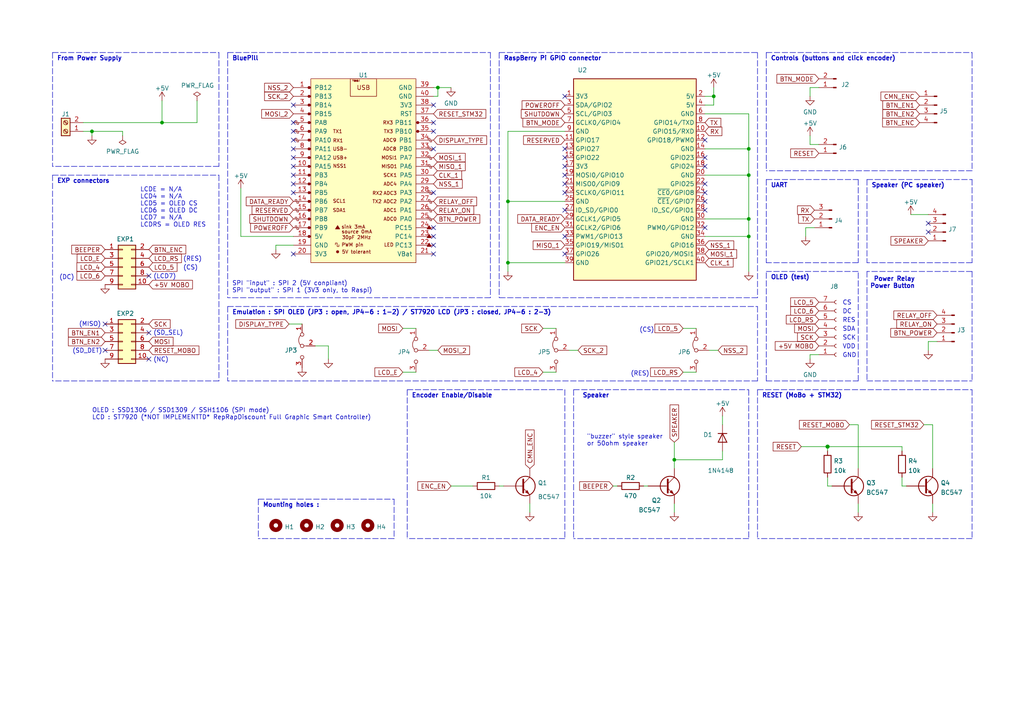
<source format=kicad_sch>
(kicad_sch (version 20211123) (generator eeschema)
  (paper "A4")
  (title_block (title "12864 Emulator for OctoPrint (Marlin OSD) : RasPi Hat") (date "2022-02-25") (rev "1.0") (company "Yet Another Average Joe"))
  (lib_symbols
    (symbol "BC547_1" (pin_numbers hide) (pin_names (offset 0) hide)
      (property "Reference" "Q" (at 5.08 1.905 0))
      (property "Value" "BC547_1" (at 5.08 0 0))
      (symbol "BC547_1_1_1"
        (pin passive line (at 2.54 5.08 270) (length 2.54) (name "C") (number "1"))
        (pin input line (at -5.08 0 0) (length 5.08) (name "B") (number "2"))
        (pin passive line (at 2.54 -5.08 90) (length 2.54) (name "E") (number "3"))
      )
    )
    (symbol "BC547_2" (pin_numbers hide) (pin_names (offset 0) hide)
      (property "Reference" "Q" (at 5.08 1.905 0))
      (property "Value" "BC547_2" (at 5.08 0 0))
      (symbol "BC547_2_1_1"
        (pin passive line (at 2.54 5.08 270) (length 2.54) (name "C") (number "1"))
        (pin input line (at -5.08 0 0) (length 5.08) (name "B") (number "2"))
        (pin passive line (at 2.54 -5.08 90) (length 2.54) (name "E") (number "3"))
      )
    )
    (symbol "BC547_3" (pin_numbers hide) (pin_names (offset 0) hide)
      (property "Reference" "Q" (at 5.08 1.905 0))
      (property "Value" "BC547_3" (at 5.08 0 0))
      (symbol "BC547_3_1_1"
        (pin passive line (at 2.54 5.08 270) (length 2.54) (name "C") (number "1"))
        (pin input line (at -5.08 0 0) (length 5.08) (name "B") (number "2"))
        (pin passive line (at 2.54 -5.08 90) (length 2.54) (name "E") (number "3"))
      )
    )
    (symbol "Connector:Conn_01x02_Male" (pin_names (offset 1.016) hide)
      (property "Reference" "J" (at 0 2.54 0))
      (property "Value" "Conn_01x02_Male" (at 0 -5.08 0))
      (symbol "Conn_01x02_Male_1_1"
        (pin passive line (at 5.08 0 180) (length 3.81) (name "Pin_1") (number "1"))
        (pin passive line (at 5.08 -2.54 180) (length 3.81) (name "Pin_2") (number "2"))
      )
    )
    (symbol "Connector:Conn_01x03_Male" (pin_names (offset 1.016) hide)
      (property "Reference" "J" (at 0 5.08 0))
      (property "Value" "Conn_01x03_Male" (at 0 -5.08 0))
      (symbol "Conn_01x03_Male_1_1"
        (pin passive line (at 5.08 2.54 180) (length 3.81) (name "Pin_1") (number "1"))
        (pin passive line (at 5.08 0 180) (length 3.81) (name "Pin_2") (number "2"))
        (pin passive line (at 5.08 -2.54 180) (length 3.81) (name "Pin_3") (number "3"))
      )
    )
    (symbol "Connector:Conn_01x04_Male" (pin_names (offset 1.016) hide)
      (property "Reference" "J" (at 0 5.08 0))
      (property "Value" "Conn_01x04_Male" (at 0 -7.62 0))
      (symbol "Conn_01x04_Male_1_1"
        (pin passive line (at 5.08 2.54 180) (length 3.81) (name "Pin_1") (number "1"))
        (pin passive line (at 5.08 0 180) (length 3.81) (name "Pin_2") (number "2"))
        (pin passive line (at 5.08 -2.54 180) (length 3.81) (name "Pin_3") (number "3"))
        (pin passive line (at 5.08 -5.08 180) (length 3.81) (name "Pin_4") (number "4"))
      )
    )
    (symbol "Connector:Conn_01x07_Female" (pin_names (offset 1.016) hide)
      (property "Reference" "J" (at 0 10.16 0))
      (property "Value" "Conn_01x07_Female" (at 0 -10.16 0))
      (symbol "Conn_01x07_Female_1_1"
        (pin passive line (at -5.08 7.62 0) (length 3.81) (name "Pin_1") (number "1"))
        (pin passive line (at -5.08 5.08 0) (length 3.81) (name "Pin_2") (number "2"))
        (pin passive line (at -5.08 2.54 0) (length 3.81) (name "Pin_3") (number "3"))
        (pin passive line (at -5.08 0 0) (length 3.81) (name "Pin_4") (number "4"))
        (pin passive line (at -5.08 -2.54 0) (length 3.81) (name "Pin_5") (number "5"))
        (pin passive line (at -5.08 -5.08 0) (length 3.81) (name "Pin_6") (number "6"))
        (pin passive line (at -5.08 -7.62 0) (length 3.81) (name "Pin_7") (number "7"))
      )
    )
    (symbol "Connector:Screw_Terminal_01x02" (pin_names (offset 1.016) hide)
      (property "Reference" "J" (at 0 2.54 0))
      (property "Value" "Screw_Terminal_01x02" (at 0 -5.08 0))
      (symbol "Screw_Terminal_01x02_1_1"
        (pin passive line (at -5.08 0 0) (length 3.81) (name "Pin_1") (number "1"))
        (pin passive line (at -5.08 -2.54 0) (length 3.81) (name "Pin_2") (number "2"))
      )
    )
    (symbol "Connector_Generic:Conn_02x05_Odd_Even" (pin_names (offset 1.016) hide)
      (property "Reference" "J" (at 1.27 7.62 0))
      (property "Value" "Conn_02x05_Odd_Even" (at 1.27 -7.62 0))
      (symbol "Conn_02x05_Odd_Even_1_1"
        (pin passive line (at -5.08 5.08 0) (length 3.81) (name "Pin_1") (number "1"))
        (pin passive line (at 7.62 -5.08 180) (length 3.81) (name "Pin_10") (number "10"))
        (pin passive line (at 7.62 5.08 180) (length 3.81) (name "Pin_2") (number "2"))
        (pin passive line (at -5.08 2.54 0) (length 3.81) (name "Pin_3") (number "3"))
        (pin passive line (at 7.62 2.54 180) (length 3.81) (name "Pin_4") (number "4"))
        (pin passive line (at -5.08 0 0) (length 3.81) (name "Pin_5") (number "5"))
        (pin passive line (at 7.62 0 180) (length 3.81) (name "Pin_6") (number "6"))
        (pin passive line (at -5.08 -2.54 0) (length 3.81) (name "Pin_7") (number "7"))
        (pin passive line (at 7.62 -2.54 180) (length 3.81) (name "Pin_8") (number "8"))
        (pin passive line (at -5.08 -5.08 0) (length 3.81) (name "Pin_9") (number "9"))
      )
    )
    (symbol "Device:R" (pin_numbers hide) (pin_names (offset 0))
      (property "Reference" "R" (at 2.032 0 90))
      (property "Value" "R" (at 0 0 90))
      (symbol "R_1_1"
        (pin passive line (at 0 3.81 270) (length 1.27) (name "~") (number "1"))
        (pin passive line (at 0 -3.81 90) (length 1.27) (name "~") (number "2"))
      )
    )
    (symbol "Diode:1N4148" (pin_numbers hide) (pin_names (offset 1.016) hide)
      (property "Reference" "D" (at 0 2.54 0))
      (property "Value" "1N4148" (at 0 -2.54 0))
      (symbol "1N4148_1_1"
        (pin passive line (at -3.81 0 0) (length 2.54) (name "K") (number "1"))
        (pin passive line (at 3.81 0 180) (length 2.54) (name "A") (number "2"))
      )
    )
    (symbol "Jumper:Jumper_3_Bridged12" (pin_names (offset 0) hide)
      (property "Reference" "JP" (at -2.54 -2.54 0))
      (property "Value" "Jumper_3_Bridged12" (at 0 2.794 0))
      (symbol "Jumper_3_Bridged12_1_1"
        (pin passive line (at -6.35 0 0) (length 2.54) (name "A") (number "1"))
        (pin input line (at 0 -3.81 90) (length 2.54) (name "C") (number "2"))
        (pin passive line (at 6.35 0 180) (length 2.54) (name "B") (number "3"))
      )
    )
    (symbol "Mechanical:MountingHole" (pin_names (offset 1.016))
      (property "Reference" "H" (at 0 5.08 0))
      (property "Value" "MountingHole" (at 0 3.175 0))
    )
    (symbol "Transistor_BJT:BC547" (pin_numbers hide) (pin_names (offset 0) hide)
      (property "Reference" "Q" (at 5.08 1.905 0))
      (property "Value" "BC547" (at 5.08 0 0))
      (symbol "BC547_1_1"
        (pin passive line (at 2.54 5.08 270) (length 2.54) (name "C") (number "1"))
        (pin input line (at -5.08 0 0) (length 5.08) (name "B") (number "2"))
        (pin passive line (at 2.54 -5.08 90) (length 2.54) (name "E") (number "3"))
      )
    )
    (symbol "YAAJ_Modules_Misc:YAAJ_Raspberry_Pi_2_3_GPIO"
      (property "Reference" "U" (at -15.24 35.56 0))
      (property "Value" "YAAJ_Raspberry_Pi_2_3_GPIO" (at 22.86 -27.94 0))
      (symbol "YAAJ_Raspberry_Pi_2_3_GPIO_1_1"
        (pin power_in line (at -20.32 27.94 0) (length 2.54) (name "3V3") (number "1"))
        (pin bidirectional line (at 20.32 17.78 180) (length 2.54) (name "GPIO15/RXD") (number "10"))
        (pin bidirectional line (at -20.32 15.24 0) (length 2.54) (name "GPIO17") (number "11"))
        (pin bidirectional line (at 20.32 15.24 180) (length 2.54) (name "GPIO18/PWM0") (number "12"))
        (pin bidirectional line (at -20.32 12.7 0) (length 2.54) (name "GPIO27") (number "13"))
        (pin power_in line (at 20.32 12.7 180) (length 2.54) (name "GND") (number "14"))
        (pin bidirectional line (at -20.32 10.16 0) (length 2.54) (name "GPIO22") (number "15"))
        (pin bidirectional line (at 20.32 10.16 180) (length 2.54) (name "GPIO23") (number "16"))
        (pin power_in line (at -20.32 7.62 0) (length 2.54) (name "3V3") (number "17"))
        (pin bidirectional line (at 20.32 7.62 180) (length 2.54) (name "GPIO24") (number "18"))
        (pin bidirectional line (at -20.32 5.08 0) (length 2.54) (name "MOSI0/GPIO10") (number "19"))
        (pin power_in line (at 20.32 27.94 180) (length 2.54) (name "5V") (number "2"))
        (pin power_in line (at 20.32 5.08 180) (length 2.54) (name "GND") (number "20"))
        (pin bidirectional line (at -20.32 2.54 0) (length 2.54) (name "MISO0/GPIO9") (number "21"))
        (pin bidirectional line (at 20.32 2.54 180) (length 2.54) (name "GPIO25") (number "22"))
        (pin bidirectional line (at -20.32 0 0) (length 2.54) (name "SCLK0/GPIO11") (number "23"))
        (pin bidirectional line (at 20.32 0 180) (length 2.54) (name "~{CE0}/GPIO8") (number "24"))
        (pin power_in line (at -20.32 -2.54 0) (length 2.54) (name "GND") (number "25"))
        (pin bidirectional line (at 20.32 -2.54 180) (length 2.54) (name "~{CE1}/GPIO7") (number "26"))
        (pin bidirectional line (at -20.32 -5.08 0) (length 2.54) (name "ID_SD/GPIO0") (number "27"))
        (pin bidirectional line (at 20.32 -5.08 180) (length 2.54) (name "ID_SC/GPIO1") (number "28"))
        (pin bidirectional line (at -20.32 -7.62 0) (length 2.54) (name "GCLK1/GPIO5") (number "29"))
        (pin bidirectional line (at -20.32 25.4 0) (length 2.54) (name "SDA/GPIO2") (number "3"))
        (pin power_in line (at 20.32 -7.62 180) (length 2.54) (name "GND") (number "30"))
        (pin bidirectional line (at -20.32 -10.16 0) (length 2.54) (name "GCLK2/GPIO6") (number "31"))
        (pin bidirectional line (at 20.32 -10.16 180) (length 2.54) (name "PWM0/GPIO12") (number "32"))
        (pin bidirectional line (at -20.32 -12.7 0) (length 2.54) (name "PWM1/GPIO13") (number "33"))
        (pin power_in line (at 20.32 -12.7 180) (length 2.54) (name "GND") (number "34"))
        (pin bidirectional line (at -20.32 -15.24 0) (length 2.54) (name "GPIO19/MISO1") (number "35"))
        (pin bidirectional line (at 20.32 -15.24 180) (length 2.54) (name "GPIO16") (number "36"))
        (pin bidirectional line (at -20.32 -17.78 0) (length 2.54) (name "GPIO26") (number "37"))
        (pin bidirectional line (at 20.32 -17.78 180) (length 2.54) (name "GPIO20/MOSI1") (number "38"))
        (pin power_in line (at -20.32 -20.32 0) (length 2.54) (name "GND") (number "39"))
        (pin power_in line (at 20.32 25.4 180) (length 2.54) (name "5V") (number "4"))
        (pin bidirectional line (at 20.32 -20.32 180) (length 2.54) (name "GPIO21/SCLK1") (number "40"))
        (pin bidirectional line (at -20.32 22.86 0) (length 2.54) (name "SCL/GPIO3") (number "5"))
        (pin power_in line (at 20.32 22.86 180) (length 2.54) (name "GND") (number "6"))
        (pin bidirectional line (at -20.32 20.32 0) (length 2.54) (name "GCLK0/GPIO4") (number "7"))
        (pin bidirectional line (at 20.32 20.32 180) (length 2.54) (name "GPIO14/TXD") (number "8"))
        (pin power_in line (at -20.32 17.78 0) (length 2.54) (name "GND") (number "9"))
      )
    )
    (symbol "YAAJ_Modules_STM32:YAAJ_BluePill_Part_Like" (pin_names (offset 1.016))
      (property "Reference" "U" (at -12.7 26.67 0))
      (property "Value" "YAAJ_BluePill_Part_Like" (at 0 2.54 90))
      (symbol "YAAJ_BluePill_Part_Like_0_0"
        (text "30pF 2MHz" (at -2.032 -20.574 0) (effects (font (size 0.9906 0.9906))))
        (text "5V tolerant" (at -2.032 -24.765 0) (effects (font (size 0.9906 0.9906))))
        (text "ADC0" (at 7.747 -15.24 0) (effects (font (size 0.9906 0.9906))))
        (text "ADC1" (at 7.747 -12.7 0) (effects (font (size 0.9906 0.9906))))
        (text "ADC2" (at 7.747 -10.16 0) (effects (font (size 0.9906 0.9906))))
        (text "ADC3" (at 7.747 -7.747 0) (effects (font (size 0.9906 0.9906))))
        (text "ADC4" (at 7.747 -5.08 0) (effects (font (size 0.9906 0.9906))))
        (text "ADC8" (at 7.62 5.08 0) (effects (font (size 0.9906 0.9906))))
        (text "ADC9" (at 7.62 7.62 0) (effects (font (size 0.9906 0.9906))))
        (text "LED" (at 7.366 -22.733 0) (effects (font (size 0.9906 0.9906))))
        (text "MISO1" (at 7.493 0 0) (effects (font (size 0.9906 0.9906))))
        (text "MOSI1" (at 7.493 2.54 0) (effects (font (size 0.9906 0.9906))))
        (text "NSS1" (at -6.858 0.127 0) (effects (font (size 0.9906 0.9906))))
        (text "PWM pin" (at -3.175 -22.733 0) (effects (font (size 0.9906 0.9906))))
        (text "RX1" (at -7.366 7.493 0) (effects (font (size 0.9906 0.9906))))
        (text "RX2" (at 4.064 -7.747 0) (effects (font (size 0.9906 0.9906))))
        (text "RX3" (at 7.112 12.7 0) (effects (font (size 0.9906 0.9906))))
        (text "SCK1" (at 7.747 -2.54 0) (effects (font (size 0.9906 0.9906))))
        (text "SCL1" (at -6.985 -10.033 0) (effects (font (size 0.9906 0.9906))))
        (text "SDA1" (at -6.985 -12.7 0) (effects (font (size 0.9906 0.9906))))
        (text "sink 3mA" (at -2.921 -17.526 0) (effects (font (size 0.9906 0.9906))))
        (text "source 0mA" (at -1.905 -18.923 0) (effects (font (size 0.9906 0.9906))))
        (text "TX1" (at -7.493 10.16 0) (effects (font (size 0.9906 0.9906))))
        (text "TX2" (at 3.937 -10.16 0) (effects (font (size 0.9906 0.9906))))
        (text "TX3" (at 7.239 10.16 0) (effects (font (size 0.9906 0.9906))))
        (text "USB" (at 0 22.86 0) (effects (font (size 1.27 1.27))))
        (text "USB+" (at -6.731 2.54 0) (effects (font (size 0.9906 0.9906))))
        (text "USB-" (at -6.731 5.08 0) (effects (font (size 0.9906 0.9906))))
        (text "Y@@J" (at -2.159 24.892 0) (effects (font (size 0.508 0.508))))
      )
      (symbol "YAAJ_BluePill_Part_Like_1_1"
        (pin bidirectional line (at -20.32 22.86 0) (length 5.08) (name "PB12") (number "1"))
        (pin bidirectional line (at -20.32 0 0) (length 5.08) (name "PA15") (number "10"))
        (pin bidirectional line (at -20.32 -2.54 0) (length 5.08) (name "PB3") (number "11"))
        (pin bidirectional line (at -20.32 -5.08 0) (length 5.08) (name "PB4") (number "12"))
        (pin bidirectional line (at -20.32 -7.62 0) (length 5.08) (name "PB5") (number "13"))
        (pin bidirectional line (at -20.32 -10.16 0) (length 5.08) (name "PB6") (number "14"))
        (pin bidirectional line (at -20.32 -12.7 0) (length 5.08) (name "PB7") (number "15"))
        (pin bidirectional line (at -20.32 -15.24 0) (length 5.08) (name "PB8") (number "16"))
        (pin bidirectional line (at -20.32 -17.78 0) (length 5.08) (name "PB9") (number "17"))
        (pin power_in line (at -20.32 -20.32 0) (length 5.08) (name "5V") (number "18"))
        (pin power_in line (at -20.32 -22.86 0) (length 5.08) (name "GND") (number "19"))
        (pin bidirectional line (at -20.32 20.32 0) (length 5.08) (name "PB13") (number "2"))
        (pin power_in line (at -20.32 -25.4 0) (length 5.08) (name "3V3") (number "20"))
        (pin power_in line (at 20.32 -25.4 180) (length 5.08) (name "VBat") (number "21"))
        (pin bidirectional line (at 20.32 -22.86 180) (length 5.08) (name "PC13") (number "22"))
        (pin bidirectional line (at 20.32 -20.32 180) (length 5.08) (name "PC14") (number "23"))
        (pin bidirectional line (at 20.32 -17.78 180) (length 5.08) (name "PC15") (number "24"))
        (pin bidirectional line (at 20.32 -15.24 180) (length 5.08) (name "PA0") (number "25"))
        (pin bidirectional line (at 20.32 -12.7 180) (length 5.08) (name "PA1") (number "26"))
        (pin bidirectional line (at 20.32 -10.16 180) (length 5.08) (name "PA2") (number "27"))
        (pin bidirectional line (at 20.32 -7.62 180) (length 5.08) (name "PA3") (number "28"))
        (pin bidirectional line (at 20.32 -5.08 180) (length 5.08) (name "PA4") (number "29"))
        (pin bidirectional line (at -20.32 17.78 0) (length 5.08) (name "PB14") (number "3"))
        (pin bidirectional line (at 20.32 -2.54 180) (length 5.08) (name "PA5") (number "30"))
        (pin bidirectional line (at 20.32 0 180) (length 5.08) (name "PA6") (number "31"))
        (pin bidirectional line (at 20.32 2.54 180) (length 5.08) (name "PA7") (number "32"))
        (pin bidirectional line (at 20.32 5.08 180) (length 5.08) (name "PB0") (number "33"))
        (pin bidirectional line (at 20.32 7.62 180) (length 5.08) (name "PB1") (number "34"))
        (pin bidirectional line (at 20.32 10.16 180) (length 5.08) (name "PB10") (number "35"))
        (pin bidirectional line (at 20.32 12.7 180) (length 5.08) (name "PB11") (number "36"))
        (pin input line (at 20.32 15.24 180) (length 5.08) (name "RST") (number "37"))
        (pin power_in line (at 20.32 17.78 180) (length 5.08) (name "3V3") (number "38"))
        (pin power_in line (at 20.32 22.86 180) (length 5.08) (name "GND") (number "39"))
        (pin bidirectional line (at -20.32 15.24 0) (length 5.08) (name "PB15") (number "4"))
        (pin power_in line (at 20.32 20.32 180) (length 5.08) (name "GND") (number "40"))
        (pin bidirectional line (at -20.32 12.7 0) (length 5.08) (name "PA8") (number "5"))
        (pin bidirectional line (at -20.32 10.16 0) (length 5.08) (name "PA9") (number "6"))
        (pin bidirectional line (at -20.32 7.62 0) (length 5.08) (name "PA10") (number "7"))
        (pin bidirectional line (at -20.32 5.08 0) (length 5.08) (name "PA11") (number "8"))
        (pin bidirectional line (at -20.32 2.54 0) (length 5.08) (name "PA12") (number "9"))
      )
    )
    (symbol "power:+5V" (power) (pin_names (offset 0))
      (property "Value" "+5V" (at 0 3.556 0))
      (symbol "+5V_1_1"
        (pin power_in line (at 0 0 90) (length 0) hide (name "+5V") (number "1"))
      )
    )
    (symbol "power:GND" (power) (pin_names (offset 0))
      (property "Value" "GND" (at 0 -3.81 0))
      (symbol "GND_1_1"
        (pin power_in line (at 0 0 270) (length 0) hide (name "GND") (number "1"))
      )
    )
    (symbol "power:PWR_FLAG" (power) (pin_numbers hide) (pin_names (offset 0) hide)
      (property "Value" "PWR_FLAG" (at 0 3.81 0))
      (symbol "PWR_FLAG_0_0"
        (pin power_out line (at 0 0 90) (length 0) (name "pwr") (number "1"))
      )
    )
  )
  (junction (at 46.99 35.56))
  (junction (at 240.03 129.54) (diameter 1.016))
  (junction (at 127 25.4))
  (junction (at 217.17 50.8))
  (junction (at 195.58 133.35))
  (junction (at 217.17 68.58))
  (junction (at 217.17 43.18))
  (junction (at 217.17 63.5))
  (junction (at 147.32 76.2))
  (junction (at 147.32 58.42))
  (junction (at 207.01 27.94))
  (junction (at 26.67 38.1))
  (no_connect (at 125.73 35.56))
  (no_connect (at 85.09 45.72))
  (no_connect (at 204.47 53.34))
  (no_connect (at 125.73 38.1))
  (no_connect (at 125.73 66.04))
  (no_connect (at 204.47 66.04))
  (no_connect (at 163.83 68.58))
  (no_connect (at 163.83 60.96))
  (no_connect (at 204.47 60.96))
  (no_connect (at 43.18 80.01))
  (no_connect (at 85.09 43.18))
  (no_connect (at 85.09 73.66))
  (no_connect (at 163.83 27.94))
  (no_connect (at 85.09 35.56))
  (no_connect (at 85.09 38.1))
  (no_connect (at 85.09 40.64))
  (no_connect (at 85.09 48.26))
  (no_connect (at 163.83 55.88))
  (no_connect (at 204.47 48.26))
  (no_connect (at 163.83 45.72))
  (no_connect (at 204.47 45.72))
  (no_connect (at 163.83 53.34))
  (no_connect (at 163.83 50.8))
  (no_connect (at 204.47 55.88))
  (no_connect (at 125.73 73.66))
  (no_connect (at 125.73 55.88))
  (no_connect (at 125.73 43.18))
  (no_connect (at 163.83 73.66))
  (no_connect (at 125.73 68.58))
  (no_connect (at 43.18 96.52))
  (no_connect (at 125.73 30.48))
  (no_connect (at 85.09 30.48))
  (no_connect (at 85.09 53.34))
  (no_connect (at 85.09 55.88))
  (no_connect (at 85.09 50.8))
  (no_connect (at 30.48 93.98))
  (no_connect (at 30.48 101.6))
  (no_connect (at 43.18 104.14))
  (no_connect (at 125.73 71.12))
  (no_connect (at 163.83 43.18))
  (no_connect (at 163.83 48.26))
  (no_connect (at 204.47 58.42))
  (no_connect (at 204.47 40.64))
  (no_connect (at 269.24 64.77))
  (no_connect (at 269.24 67.31))
  (wire (pts (xy 198.12 107.95) (xy 201.93 107.95)))
  (polyline (pts (xy 222.25 15.24) (xy 222.25 49.53)) (stroke (width 0) (type dash)))
  (polyline (pts (xy 222.25 15.24) (xy 281.94 15.24)) (stroke (width 0) (type dash)))
  (polyline (pts (xy 281.94 15.24) (xy 281.94 49.53)) (stroke (width 0) (type dash)))
  (polyline (pts (xy 281.94 49.53) (xy 222.25 49.53)) (stroke (width 0) (type dash)))
  (wire (pts (xy 46.99 35.56) (xy 46.99 29.21)))
  (polyline (pts (xy 248.92 78.74) (xy 222.25 78.74)) (stroke (width 0) (type dash)))
  (wire (pts (xy 248.92 146.05) (xy 248.92 148.59)))
  (wire (pts (xy 83.82 93.98) (xy 87.63 93.98)))
  (polyline (pts (xy 63.5 110.49) (xy 15.24 110.49)) (stroke (width 0) (type dash)))
  (wire (pts (xy 130.81 140.97) (xy 137.16 140.97)))
  (wire (pts (xy 127 25.4) (xy 130.81 25.4)))
  (wire (pts (xy 147.32 58.42) (xy 147.32 76.2)))
  (wire (pts (xy 147.32 38.1) (xy 147.32 58.42)))
  (wire (pts (xy 147.32 38.1) (xy 163.83 38.1)))
  (wire (pts (xy 147.32 76.2) (xy 147.32 78.74)))
  (wire (pts (xy 209.55 120.65) (xy 209.55 123.19)))
  (wire (pts (xy 270.51 123.19) (xy 270.51 135.89)))
  (wire (pts (xy 261.62 129.54) (xy 261.62 130.81)))
  (wire (pts (xy 234.95 102.87) (xy 237.49 102.87)))
  (wire (pts (xy 204.47 27.94) (xy 207.01 27.94)))
  (wire (pts (xy 207.01 27.94) (xy 207.01 25.4)))
  (polyline (pts (xy 222.25 110.49) (xy 248.92 110.49)) (stroke (width 0) (type dash)))
  (wire (pts (xy 80.01 71.12) (xy 85.09 71.12)))
  (polyline (pts (xy 15.24 50.8) (xy 15.24 110.49)) (stroke (width 0) (type dash)))
  (polyline (pts (xy 251.46 110.49) (xy 281.94 110.49)) (stroke (width 0) (type dash)))
  (polyline (pts (xy 251.46 78.74) (xy 251.46 110.49)) (stroke (width 0) (type dash)))
  (polyline (pts (xy 281.94 78.74) (xy 251.46 78.74)) (stroke (width 0) (type dash)))
  (polyline (pts (xy 281.94 78.74) (xy 281.94 110.49)) (stroke (width 0) (type dash)))
  (wire (pts (xy 116.84 107.95) (xy 120.65 107.95)))
  (wire (pts (xy 240.03 129.54) (xy 261.62 129.54)))
  (wire (pts (xy 125.73 25.4) (xy 127 25.4)))
  (wire (pts (xy 195.58 133.35) (xy 209.55 133.35)))
  (wire (pts (xy 209.55 130.81) (xy 209.55 133.35)))
  (wire (pts (xy 46.99 35.56) (xy 57.15 35.56)))
  (wire (pts (xy 57.15 35.56) (xy 57.15 29.21)))
  (polyline (pts (xy 66.04 88.9) (xy 219.71 88.9)))
  (polyline (pts (xy 219.71 88.9) (xy 219.71 110.49)))
  (polyline (pts (xy 219.71 110.49) (xy 66.04 110.49)))
  (polyline (pts (xy 66.04 88.9) (xy 66.04 110.49)))
  (wire (pts (xy 240.03 140.97) (xy 241.3 140.97)))
  (wire (pts (xy 269.24 99.06) (xy 271.78 99.06)))
  (wire (pts (xy 269.24 101.6) (xy 269.24 99.06)))
  (wire (pts (xy 69.85 54.61) (xy 69.85 68.58)))
  (wire (pts (xy 234.95 104.14) (xy 234.95 102.87)))
  (wire (pts (xy 95.25 100.33) (xy 95.25 104.14)))
  (wire (pts (xy 270.51 146.05) (xy 270.51 148.59)))
  (wire (pts (xy 248.92 123.19) (xy 248.92 135.89)))
  (wire (pts (xy 187.96 140.97) (xy 186.69 140.97)))
  (wire (pts (xy 233.68 68.58) (xy 233.68 66.04)))
  (wire (pts (xy 233.68 66.04) (xy 236.22 66.04)))
  (wire (pts (xy 198.12 95.25) (xy 201.93 95.25)))
  (wire (pts (xy 234.95 25.4) (xy 234.95 27.94)))
  (wire (pts (xy 237.49 25.4) (xy 234.95 25.4)))
  (polyline (pts (xy 166.37 113.03) (xy 166.37 156.21)) (stroke (width 0) (type dash)))
  (polyline (pts (xy 217.17 156.21) (xy 166.37 156.21)) (stroke (width 0) (type dash)))
  (polyline (pts (xy 166.37 113.03) (xy 217.17 113.03)) (stroke (width 0) (type dash)))
  (polyline (pts (xy 217.17 113.03) (xy 217.17 156.21)) (stroke (width 0) (type dash)))
  (wire (pts (xy 246.38 123.19) (xy 248.92 123.19)))
  (wire (pts (xy 204.47 43.18) (xy 217.17 43.18)))
  (wire (pts (xy 177.8 140.97) (xy 179.07 140.97)))
  (wire (pts (xy 26.67 38.1) (xy 26.67 39.37)))
  (wire (pts (xy 207.01 27.94) (xy 207.01 30.48)))
  (wire (pts (xy 207.01 30.48) (xy 204.47 30.48)))
  (wire (pts (xy 91.44 100.33) (xy 95.25 100.33)))
  (polyline (pts (xy 222.25 110.49) (xy 222.25 78.74)) (stroke (width 0) (type dash)))
  (polyline (pts (xy 15.24 15.24) (xy 15.24 48.26)) (stroke (width 0) (type dash)))
  (polyline (pts (xy 63.5 15.24) (xy 63.5 48.26)) (stroke (width 0) (type dash)))
  (polyline (pts (xy 15.24 15.24) (xy 63.5 15.24)) (stroke (width 0) (type dash)))
  (polyline (pts (xy 63.5 48.26) (xy 15.24 48.26)) (stroke (width 0) (type dash)))
  (wire (pts (xy 261.62 138.43) (xy 261.62 140.97)))
  (polyline (pts (xy 118.11 113.03) (xy 163.83 113.03)) (stroke (width 0) (type dash)))
  (polyline (pts (xy 163.83 156.21) (xy 118.11 156.21)) (stroke (width 0) (type dash)))
  (polyline (pts (xy 163.83 113.03) (xy 163.83 156.21)) (stroke (width 0) (type dash)))
  (polyline (pts (xy 118.11 113.03) (xy 118.11 156.21)) (stroke (width 0) (type dash)))
  (wire (pts (xy 240.03 138.43) (xy 240.03 140.97)))
  (polyline (pts (xy 281.94 52.07) (xy 281.94 76.2)))
  (polyline (pts (xy 281.94 76.2) (xy 251.46 76.2)))
  (polyline (pts (xy 251.46 52.07) (xy 281.94 52.07)))
  (polyline (pts (xy 251.46 52.07) (xy 251.46 76.2)))
  (wire (pts (xy 144.78 140.97) (xy 146.05 140.97)))
  (polyline (pts (xy 248.92 52.07) (xy 248.92 76.2)) (stroke (width 0) (type dash)))
  (polyline (pts (xy 248.92 76.2) (xy 222.25 76.2)) (stroke (width 0) (type dash)))
  (polyline (pts (xy 222.25 52.07) (xy 248.92 52.07)) (stroke (width 0) (type dash)))
  (polyline (pts (xy 222.25 52.07) (xy 222.25 76.2)) (stroke (width 0) (type dash)))
  (wire (pts (xy 261.62 140.97) (xy 262.89 140.97)))
  (polyline (pts (xy 63.5 50.8) (xy 63.5 110.49)) (stroke (width 0) (type dash)))
  (wire (pts (xy 147.32 76.2) (xy 163.83 76.2)))
  (polyline (pts (xy 144.78 15.24) (xy 144.78 86.36)) (stroke (width 0) (type dash)))
  (polyline (pts (xy 219.71 15.24) (xy 219.71 86.36)) (stroke (width 0) (type dash)))
  (polyline (pts (xy 144.78 15.24) (xy 219.71 15.24)) (stroke (width 0) (type dash)))
  (polyline (pts (xy 219.71 86.36) (xy 144.78 86.36)) (stroke (width 0) (type dash)))
  (wire (pts (xy 205.74 101.6) (xy 208.28 101.6)))
  (wire (pts (xy 124.46 101.6) (xy 127 101.6)))
  (wire (pts (xy 157.48 107.95) (xy 161.29 107.95)))
  (wire (pts (xy 24.13 35.56) (xy 46.99 35.56)))
  (wire (pts (xy 204.47 68.58) (xy 217.17 68.58)))
  (wire (pts (xy 195.58 133.35) (xy 195.58 135.89)))
  (wire (pts (xy 195.58 128.27) (xy 195.58 133.35)))
  (polyline (pts (xy 248.92 110.49) (xy 248.92 78.74)) (stroke (width 0) (type dash)))
  (wire (pts (xy 116.84 95.25) (xy 120.65 95.25)))
  (wire (pts (xy 234.95 41.91) (xy 237.49 41.91)))
  (wire (pts (xy 69.85 68.58) (xy 85.09 68.58)))
  (wire (pts (xy 24.13 38.1) (xy 26.67 38.1)))
  (wire (pts (xy 26.67 38.1) (xy 35.56 38.1)))
  (wire (pts (xy 35.56 38.1) (xy 35.56 39.37)))
  (wire (pts (xy 232.41 129.54) (xy 240.03 129.54)))
  (wire (pts (xy 267.97 123.19) (xy 270.51 123.19)))
  (wire (pts (xy 153.67 146.05) (xy 153.67 148.59)))
  (wire (pts (xy 195.58 146.05) (xy 195.58 148.59)))
  (wire (pts (xy 165.1 101.6) (xy 167.64 101.6)))
  (wire (pts (xy 240.03 129.54) (xy 240.03 130.81)))
  (wire (pts (xy 217.17 63.5) (xy 217.17 68.58)))
  (wire (pts (xy 217.17 68.58) (xy 217.17 78.74)))
  (wire (pts (xy 217.17 33.02) (xy 217.17 43.18)))
  (wire (pts (xy 217.17 50.8) (xy 217.17 63.5)))
  (wire (pts (xy 204.47 33.02) (xy 217.17 33.02)))
  (wire (pts (xy 217.17 43.18) (xy 217.17 50.8)))
  (wire (pts (xy 147.32 58.42) (xy 163.83 58.42)))
  (wire (pts (xy 125.73 27.94) (xy 127 27.94)))
  (wire (pts (xy 127 27.94) (xy 127 25.4)))
  (wire (pts (xy 204.47 50.8) (xy 217.17 50.8)))
  (wire (pts (xy 264.16 62.23) (xy 269.24 62.23)))
  (wire (pts (xy 234.95 39.37) (xy 234.95 41.91)))
  (wire (pts (xy 80.01 72.39) (xy 80.01 71.12)))
  (polyline (pts (xy 114.3 144.78) (xy 114.3 156.21)))
  (polyline (pts (xy 114.3 156.21) (xy 74.93 156.21)))
  (polyline (pts (xy 74.93 144.78) (xy 114.3 144.78)))
  (polyline (pts (xy 74.93 144.78) (xy 74.93 156.21)))
  (polyline (pts (xy 219.71 113.03) (xy 281.94 113.03)) (stroke (width 0) (type dash)))
  (polyline (pts (xy 219.71 113.03) (xy 219.71 156.21)) (stroke (width 0) (type dash)))
  (polyline (pts (xy 281.94 156.21) (xy 219.71 156.21)) (stroke (width 0) (type dash)))
  (polyline (pts (xy 281.94 113.03) (xy 281.94 156.21)) (stroke (width 0) (type dash)))
  (wire (pts (xy 204.47 63.5) (xy 217.17 63.5)))
  (polyline (pts (xy 15.24 50.8) (xy 63.5 50.8)) (stroke (width 0) (type dash)))
  (wire (pts (xy 157.48 95.25) (xy 161.29 95.25)))
  (polyline (pts (xy 66.04 15.24) (xy 142.24 15.24)) (stroke (width 0) (type dash)))
  (polyline (pts (xy 142.24 86.36) (xy 66.04 86.36)) (stroke (width 0) (type dash)))
  (polyline (pts (xy 66.04 15.24) (xy 66.04 86.36)) (stroke (width 0) (type dash)))
  (polyline (pts (xy 142.24 15.24) (xy 142.24 86.36)) (stroke (width 0) (type dash)))
  (text "OLED (test)" (at 223.52 81.28 0) (effects (font (size 1.27 1.27) (thickness 0.254) bold) (justify left bottom)))
  (text "SCK" (at 244.348 98.806 0) (effects (font (size 1.27 1.27)) (justify left bottom)))
  (text "(LCD7)" (at 44.45 81.026 0) (effects (font (size 1.27 1.27)) (justify left bottom)))
  (text "OLED : SSD1306 / SSD1309 / SSH1106 (SPI mode)\nLCD : ST7920 (*NOT IMPLEMENTTD* RepRapDiscount Full Graphic Smart Controller)" (at 26.67 121.92 0) (effects (font (size 1.27 1.27)) (justify left bottom)))
  (text "RaspBerry Pi GPIO connector" (at 146.05 17.78 0) (effects (font (size 1.27 1.27) (thickness 0.254) bold) (justify left bottom)))
  (text "CS" (at 244.348 88.646 0) (effects (font (size 1.27 1.27)) (justify left bottom)))
  (text "Emulation : SPI OLED (JP3 : open, JP4-6 : 1-2) / ST7920 LCD (JP3 : closed, JP4-6 : 2-3)" (at 67.31 91.44 0) (effects (font (size 1.27 1.27) (thickness 0.254) bold) (justify left bottom)))
  (text "(NC)" (at 44.45 105.156 0) (effects (font (size 1.27 1.27)) (justify left bottom)))
  (text "(CS)" (at 185.42 96.52 0) (effects (font (size 1.27 1.27)) (justify left bottom)))
  (text "GND" (at 244.348 103.886 0) (effects (font (size 1.27 1.27)) (justify left bottom)))
  (text "UART" (at 223.52 54.61 0) (effects (font (size 1.27 1.27) (thickness 0.254) bold) (justify left bottom)))
  (text "BluePill" (at 67.31 17.78 0) (effects (font (size 1.27 1.27) (thickness 0.254) bold) (justify left bottom)))
  (text "(SD_SEL)" (at 44.45 97.409 0) (effects (font (size 1.27 1.27)) (justify left bottom)))
  (text "RESET (MoBo + STM32)" (at 220.98 115.57 0) (effects (font (size 1.27 1.27) (thickness 0.254) bold) (justify left bottom)))
  (text "(DC)" (at 21.59 81.28 180) (effects (font (size 1.27 1.27)) (justify right bottom)))
  (text "From Power Supply" (at 16.51 17.78 0) (effects (font (size 1.27 1.27) (thickness 0.254) bold) (justify left bottom)))
  (text "Speaker (PC speaker)" (at 252.73 54.61 0) (effects (font (size 1.27 1.27) (thickness 0.254) bold) (justify left bottom)))
  (text "(CS)" (at 53.086 78.486 0) (effects (font (size 1.27 1.27)) (justify left bottom)))
  (text "Mounting holes :" (at 76.2 147.32 0) (effects (font (size 1.27 1.27) (thickness 0.254) bold) (justify left bottom)))
  (text "(SD_DET)" (at 20.955 102.616 0) (effects (font (size 1.27 1.27)) (justify left bottom)))
  (text "RES" (at 244.348 93.726 0) (effects (font (size 1.27 1.27)) (justify left bottom)))
  (text "VDD" (at 244.348 101.346 0) (effects (font (size 1.27 1.27)) (justify left bottom)))
  (text "DC" (at 244.348 91.186 0) (effects (font (size 1.27 1.27)) (justify left bottom)))
  (text "SDA" (at 244.348 96.266 0) (effects (font (size 1.27 1.27)) (justify left bottom)))
  (text "SPI \"input\" : SPI 2 (5V conpliant)\nSPI \"output\" : SPI 1 (3V3 only, to Raspi)" (at 67.31 85.09 0) (effects (font (size 1.27 1.27)) (justify left bottom)))
  (text "\"buzzer\" style speaker\nor 50ohm speaker" (at 170.18 129.54 0) (effects (font (size 1.27 1.27)) (justify left bottom)))
  (text "(RES)" (at 53.086 75.946 0) (effects (font (size 1.27 1.27)) (justify left bottom)))
  (text "Speaker" (at 168.91 115.57 0) (effects (font (size 1.27 1.27) (thickness 0.254) bold) (justify left bottom)))
  (text "(RES)" (at 182.88 109.22 0) (effects (font (size 1.27 1.27)) (justify left bottom)))
  (text "Encoder Enable/Disable" (at 119.38 115.57 0) (effects (font (size 1.27 1.27) (thickness 0.254) bold) (justify left bottom)))
  (text "EXP connectors" (at 16.51 53.34 0) (effects (font (size 1.27 1.27) (thickness 0.254) bold) (justify left bottom)))
  (text "Power Relay\nPower Button" (at 265.43 83.82 180) (effects (font (size 1.27 1.27) (thickness 0.254) bold) (justify right bottom)))
  (text "(MISO)" (at 22.86 94.869 0) (effects (font (size 1.27 1.27)) (justify left bottom)))
  (text "Controls (buttons and click encoder)" (at 223.52 17.78 0) (effects (font (size 1.27 1.27) (thickness 0.254) bold) (justify left bottom)))
  (text "LCDE = N/A\nLCD4 = N/A\nLCD5 = OLED CS\nLCD6 = OLED DC\nLCD7 = N/A\nLCDRS = OLED RES" (at 40.64 66.04 0) (effects (font (size 1.27 1.27)) (justify left bottom)))
  (global_label "NSS_1" (shape input) (at 125.73 53.34 0) (property "Intersheet References" "${INTERSHEET_REFS}" (effects hide)))
  (global_label "LCD_6" (shape input) (at 237.49 90.17 180) (property "Intersheet References" "${INTERSHEET_REFS}" (effects hide)))
  (global_label "BTN_ENC" (shape input) (at 43.18 72.39 0) (property "Intersheet References" "${INTERSHEET_REFS}" (effects hide)))
  (global_label "LCD_RS" (shape input) (at 237.49 92.71 180) (property "Intersheet References" "${INTERSHEET_REFS}" (effects hide)))
  (global_label "BTN_MODE" (shape input) (at 163.83 35.56 180) (property "Intersheet References" "${INTERSHEET_REFS}" (effects hide)))
  (global_label "MISO_1" (shape input) (at 125.73 48.26 0) (property "Intersheet References" "${INTERSHEET_REFS}" (effects hide)))
  (global_label "BTN_EN2" (shape input) (at 30.48 99.06 180) (property "Intersheet References" "${INTERSHEET_REFS}" (effects hide)))
  (global_label "LCD_RS" (shape input) (at 198.12 107.95 180) (property "Intersheet References" "${INTERSHEET_REFS}" (effects hide)))
  (global_label "LCD_E" (shape input) (at 30.48 74.93 180) (property "Intersheet References" "${INTERSHEET_REFS}" (effects hide)))
  (global_label "RESERVED" (shape input) (at 163.83 40.64 180) (property "Intersheet References" "${INTERSHEET_REFS}" (effects hide)))
  (global_label "CLK_1" (shape input) (at 125.73 50.8 0) (property "Intersheet References" "${INTERSHEET_REFS}" (effects hide)))
  (global_label "SPEAKER" (shape input) (at 269.24 69.85 180) (property "Intersheet References" "${INTERSHEET_REFS}" (effects hide)))
  (global_label "TX" (shape input) (at 236.22 63.5 180) (property "Intersheet References" "${INTERSHEET_REFS}" (effects hide)))
  (global_label "ENC_EN" (shape input) (at 163.83 66.04 180) (property "Intersheet References" "${INTERSHEET_REFS}" (effects hide)))
  (global_label "LCD_RS" (shape input) (at 43.18 74.93 0) (property "Intersheet References" "${INTERSHEET_REFS}" (effects hide)))
  (global_label "SCK_2" (shape input) (at 85.09 27.94 180) (property "Intersheet References" "${INTERSHEET_REFS}" (effects hide)))
  (global_label "DISPLAY_TYPE" (shape input) (at 125.73 40.64 0) (property "Intersheet References" "${INTERSHEET_REFS}" (effects hide)))
  (global_label "LCD_5" (shape input) (at 43.18 77.47 0) (property "Intersheet References" "${INTERSHEET_REFS}" (effects hide)))
  (global_label "DISPLAY_TYPE" (shape input) (at 83.82 93.98 180) (property "Intersheet References" "${INTERSHEET_REFS}" (effects hide)))
  (global_label "MOSI" (shape input) (at 116.84 95.25 180) (property "Intersheet References" "${INTERSHEET_REFS}" (effects hide)))
  (global_label "POWEROFF" (shape input) (at 85.09 66.04 180) (property "Intersheet References" "${INTERSHEET_REFS}" (effects hide)))
  (global_label "CMN_ENC" (shape input) (at 266.7 27.94 180) (property "Intersheet References" "${INTERSHEET_REFS}" (effects hide)))
  (global_label "LCD_E" (shape input) (at 116.84 107.95 180) (property "Intersheet References" "${INTERSHEET_REFS}" (effects hide)))
  (global_label "SPEAKER" (shape input) (at 195.58 128.27 90) (property "Intersheet References" "${INTERSHEET_REFS}" (effects hide)))
  (global_label "RELAY_ON" (shape input) (at 125.73 60.96 0) (property "Intersheet References" "${INTERSHEET_REFS}" (effects hide)))
  (global_label "RESET_MOBO" (shape input) (at 43.18 101.6 0) (property "Intersheet References" "${INTERSHEET_REFS}" (effects hide)))
  (global_label "BTN_EN1" (shape input) (at 30.48 96.52 180) (property "Intersheet References" "${INTERSHEET_REFS}" (effects hide)))
  (global_label "BTN_EN2" (shape input) (at 266.7 33.02 180) (property "Intersheet References" "${INTERSHEET_REFS}" (effects hide)))
  (global_label "SHUTDOWN" (shape input) (at 163.83 33.02 180) (property "Intersheet References" "${INTERSHEET_REFS}" (effects hide)))
  (global_label "BTN_ENC" (shape input) (at 266.7 35.56 180) (property "Intersheet References" "${INTERSHEET_REFS}" (effects hide)))
  (global_label "BEEPER" (shape input) (at 30.48 72.39 180) (property "Intersheet References" "${INTERSHEET_REFS}" (effects hide)))
  (global_label "RELAY_OFF" (shape input) (at 271.78 91.44 180) (property "Intersheet References" "${INTERSHEET_REFS}" (effects hide)))
  (global_label "MOSI_2" (shape input) (at 127 101.6 0) (property "Intersheet References" "${INTERSHEET_REFS}" (effects hide)))
  (global_label "DATA_READY" (shape input) (at 85.09 58.42 180) (property "Intersheet References" "${INTERSHEET_REFS}" (effects hide)))
  (global_label "SCK_2" (shape input) (at 167.64 101.6 0) (property "Intersheet References" "${INTERSHEET_REFS}" (effects hide)))
  (global_label "NSS_2" (shape input) (at 85.09 25.4 180) (property "Intersheet References" "${INTERSHEET_REFS}" (effects hide)))
  (global_label "RX" (shape input) (at 204.47 38.1 0) (property "Intersheet References" "${INTERSHEET_REFS}" (effects hide)))
  (global_label "BEEPER" (shape input) (at 177.8 140.97 180) (property "Intersheet References" "${INTERSHEET_REFS}" (effects hide)))
  (global_label "LCD_4" (shape input) (at 157.48 107.95 180) (property "Intersheet References" "${INTERSHEET_REFS}" (effects hide)))
  (global_label "RESET_STM32" (shape input) (at 267.97 123.19 180) (property "Intersheet References" "${INTERSHEET_REFS}" (effects hide)))
  (global_label "RESET_STM32" (shape input) (at 125.73 33.02 0) (property "Intersheet References" "${INTERSHEET_REFS}" (effects hide)))
  (global_label "LCD_6" (shape input) (at 30.48 80.01 180) (property "Intersheet References" "${INTERSHEET_REFS}" (effects hide)))
  (global_label "MISO_1" (shape input) (at 163.83 71.12 180) (property "Intersheet References" "${INTERSHEET_REFS}" (effects hide)))
  (global_label "MOSI_2" (shape input) (at 85.09 33.02 180) (property "Intersheet References" "${INTERSHEET_REFS}" (effects hide)))
  (global_label "LCD_5" (shape input) (at 198.12 95.25 180) (property "Intersheet References" "${INTERSHEET_REFS}" (effects hide)))
  (global_label "CMN_ENC" (shape input) (at 153.67 135.89 90) (property "Intersheet References" "${INTERSHEET_REFS}" (effects hide)))
  (global_label "SHUTDOWN" (shape input) (at 85.09 63.5 180) (property "Intersheet References" "${INTERSHEET_REFS}" (effects hide)))
  (global_label "RESET_MOBO" (shape input) (at 246.38 123.19 180) (property "Intersheet References" "${INTERSHEET_REFS}" (effects hide)))
  (global_label "BTN_POWER" (shape input) (at 125.73 63.5 0) (property "Intersheet References" "${INTERSHEET_REFS}" (effects hide)))
  (global_label "DATA_READY" (shape input) (at 163.83 63.5 180) (property "Intersheet References" "${INTERSHEET_REFS}" (effects hide)))
  (global_label "RELAY_ON" (shape input) (at 271.78 93.98 180) (property "Intersheet References" "${INTERSHEET_REFS}" (effects hide)))
  (global_label "POWEROFF" (shape input) (at 163.83 30.48 180) (property "Intersheet References" "${INTERSHEET_REFS}" (effects hide)))
  (global_label "NSS_2" (shape input) (at 208.28 101.6 0) (property "Intersheet References" "${INTERSHEET_REFS}" (effects hide)))
  (global_label "MOSI_1" (shape input) (at 125.73 45.72 0) (property "Intersheet References" "${INTERSHEET_REFS}" (effects hide)))
  (global_label "MOSI_1" (shape input) (at 204.47 73.66 0) (property "Intersheet References" "${INTERSHEET_REFS}" (effects hide)))
  (global_label "BTN_MODE" (shape input) (at 237.49 22.86 180) (property "Intersheet References" "${INTERSHEET_REFS}" (effects hide)))
  (global_label "SCK" (shape input) (at 43.18 93.98 0) (property "Intersheet References" "${INTERSHEET_REFS}" (effects hide)))
  (global_label "BTN_EN1" (shape input) (at 266.7 30.48 180) (property "Intersheet References" "${INTERSHEET_REFS}" (effects hide)))
  (global_label "RX" (shape input) (at 236.22 60.96 180) (property "Intersheet References" "${INTERSHEET_REFS}" (effects hide)))
  (global_label "NSS_1" (shape input) (at 204.47 71.12 0) (property "Intersheet References" "${INTERSHEET_REFS}" (effects hide)))
  (global_label "TX" (shape input) (at 204.47 35.56 0) (property "Intersheet References" "${INTERSHEET_REFS}" (effects hide)))
  (global_label "RESET" (shape input) (at 232.41 129.54 180) (property "Intersheet References" "${INTERSHEET_REFS}" (effects hide)))
  (global_label "MOSI" (shape input) (at 237.49 95.25 180) (property "Intersheet References" "${INTERSHEET_REFS}" (effects hide)))
  (global_label "RESET" (shape input) (at 237.49 44.45 180) (property "Intersheet References" "${INTERSHEET_REFS}" (effects hide)))
  (global_label "CLK_1" (shape input) (at 204.47 76.2 0) (property "Intersheet References" "${INTERSHEET_REFS}" (effects hide)))
  (global_label "SCK" (shape input) (at 237.49 97.79 180) (property "Intersheet References" "${INTERSHEET_REFS}" (effects hide)))
  (global_label "RELAY_OFF" (shape input) (at 125.73 58.42 0) (property "Intersheet References" "${INTERSHEET_REFS}" (effects hide)))
  (global_label "ENC_EN" (shape input) (at 130.81 140.97 180) (property "Intersheet References" "${INTERSHEET_REFS}" (effects hide)))
  (global_label "LCD_5" (shape input) (at 237.49 87.63 180) (property "Intersheet References" "${INTERSHEET_REFS}" (effects hide)))
  (global_label "LCD_4" (shape input) (at 30.48 77.47 180) (property "Intersheet References" "${INTERSHEET_REFS}" (effects hide)))
  (global_label "+5V MOBO" (shape input) (at 237.49 100.33 180) (property "Intersheet References" "${INTERSHEET_REFS}" (effects hide)))
  (global_label "SCK" (shape input) (at 157.48 95.25 180) (property "Intersheet References" "${INTERSHEET_REFS}" (effects hide)))
  (global_label "BTN_POWER" (shape input) (at 271.78 96.52 180) (property "Intersheet References" "${INTERSHEET_REFS}" (effects hide)))
  (global_label "MOSI" (shape input) (at 43.18 99.06 0) (property "Intersheet References" "${INTERSHEET_REFS}" (effects hide)))
  (global_label "RESERVED" (shape input) (at 85.09 60.96 180) (property "Intersheet References" "${INTERSHEET_REFS}" (effects hide)))
  (global_label "+5V MOBO" (shape input) (at 43.18 82.55 0) (property "Intersheet References" "${INTERSHEET_REFS}" (effects hide)))
  (symbol (lib_id "power:+5V") (at 207.01 25.4 0) (unit 1)
    (property "Reference" "#PWR025" (effects hide))
    (property "Value" "+5V" (at 207.01 21.7954 0))
  )
  (symbol (lib_name "BC547_2") (lib_id "Transistor_BJT:BC547") (at 193.04 140.97 0) (unit 1)
    (property "Reference" "Q2" (at 189.0015 145.1415 0) (effects (justify left)))
    (property "Value" "BC547" (at 185.1915 147.9166 0) (effects (justify left)))
    (property "Footprint" "Package_TO_SOT_THT:TO-92_Inline" (effects hide))
    (property "Datasheet" "https://www.onsemi.com/pub/Collateral/BC550-D.pdf" (effects hide))
  )
  (symbol (lib_id "power:GND") (at 30.48 104.14 0) (unit 1)
    (property "Reference" "#PWR015" (effects hide))
    (property "Value" "GND" (effects hide))
  )
  (symbol (lib_id "power:+5V") (at 209.55 120.65 0) (unit 1)
    (property "Reference" "#PWR0108" (effects hide))
    (property "Value" "+5V" (at 209.55 117.0454 0))
  )
  (symbol (lib_id "power:GND") (at 153.67 148.59 0) (unit 1)
    (property "Reference" "#PWR020" (effects hide))
    (property "Value" "GND" (effects hide))
  )
  (symbol (lib_id "power:+5V") (at 234.95 39.37 0) (mirror y) (unit 1)
    (property "Reference" "#PWR0104" (effects hide))
    (property "Value" "+5V" (at 234.95 35.7654 0))
  )
  (symbol (lib_id "power:GND") (at 147.32 78.74 0) (unit 1)
    (property "Reference" "#PWR0102" (effects hide))
    (property "Value" "GND" (effects hide))
  )
  (symbol (lib_id "power:+5V") (at 69.85 54.61 0) (unit 1)
    (property "Reference" "#PWR012" (effects hide))
    (property "Value" "+5V" (at 69.85 51.0054 0))
  )
  (symbol (lib_id "power:GND") (at 95.25 104.14 0) (mirror y) (unit 1)
    (property "Reference" "#PWR0101" (effects hide))
    (property "Value" "GND" (effects hide))
  )
  (symbol (lib_id "Transistor_BJT:BC547") (at 267.97 140.97 0) (unit 1)
    (property "Reference" "Q4" (at 272.8215 140.0615 0) (effects (justify left)))
    (property "Value" "BC547" (at 272.8215 142.8366 0) (effects (justify left)))
    (property "Footprint" "Package_TO_SOT_THT:TO-92_Inline" (effects hide))
    (property "Datasheet" "https://www.onsemi.com/pub/Collateral/BC550-D.pdf" (effects hide))
  )
  (symbol (lib_id "power:GND") (at 130.81 25.4 0) (unit 1)
    (property "Reference" "#PWR019" (effects hide))
    (property "Value" "GND" (at 130.81 29.9626 0))
  )
  (symbol (lib_id "Connector_Generic:Conn_02x05_Odd_Even") (at 35.56 99.06 0) (unit 1)
    (property "Reference" "EXP2" (at 38.891 90.9321 0) (effects (justify right)))
    (property "Value" "Conn_02x05_Odd_Even" (effects hide))
    (property "Footprint" "Connector_IDC:IDC-Header_2x05_P2.54mm_Vertical" (effects hide))
  )
  (symbol (lib_id "Jumper:Jumper_3_Bridged12") (at 161.29 101.6 90) (mirror x) (unit 1)
    (property "Reference" "JP5" (at 159.6639 102.079 90) (effects (justify left)))
    (property "Value" "Jumper_3_Bridged12" (effects hide))
    (property "Footprint" "Connector_PinHeader_2.54mm:PinHeader_1x03_P2.54mm_Vertical" (effects hide))
  )
  (symbol (lib_id "power:GND") (at 30.48 82.55 0) (unit 1)
    (property "Reference" "#PWR014" (effects hide))
    (property "Value" "GND" (effects hide))
  )
  (symbol (lib_id "Jumper:Jumper_3_Bridged12") (at 87.63 100.33 90) (mirror x) (unit 1)
    (property "Reference" "JP3" (at 82.55 101.6 90) (effects (justify right)))
    (property "Value" "Jumper_2_Open" (effects hide))
    (property "Footprint" "Connector_PinHeader_2.54mm:PinHeader_1x03_P2.54mm_Vertical" (effects hide))
  )
  (symbol (lib_id "Mechanical:MountingHole") (at 97.79 152.4 0) (unit 1) (in_bom no)
    (property "Reference" "H3" (at 100.33 152.8338 0) (effects (justify left)))
    (property "Value" "MountingHole" (effects hide))
    (property "Footprint" "MountingHole:MountingHole_2.7mm_M2.5_DIN965" (effects hide))
  )
  (symbol (lib_id "power:+5V") (at 264.16 62.23 0) (unit 1)
    (property "Reference" "#PWR0109" (effects hide))
    (property "Value" "+5V" (at 264.16 58.6254 0))
  )
  (symbol (lib_id "power:PWR_FLAG") (at 57.15 29.21 0) (unit 1)
    (property "Reference" "#FLG03" (effects hide))
    (property "Value" "PWR_FLAG" (at 52.4511 24.7995 0) (effects (justify left)))
  )
  (symbol (lib_id "Connector:Conn_01x02_Male") (at 242.57 25.4 180) (unit 1)
    (property "Reference" "J2" (at 245.1481 24.5406 0))
    (property "Value" "Conn_01x02_Male" (effects hide))
    (property "Footprint" "YAAJ_Connectors:JST_KNOCKOFF_XH_B2B-XH-A_1x02_P2.54mm_Vertical" (effects hide))
  )
  (symbol (lib_id "Device:R") (at 182.88 140.97 90) (unit 1)
    (property "Reference" "R2" (at 182.88 138.5274 90))
    (property "Value" "470" (at 182.88 143.8425 90))
    (property "Footprint" "Resistor_THT:R_Axial_DIN0207_L6.3mm_D2.5mm_P7.62mm_Horizontal" (effects hide))
  )
  (symbol (lib_id "power:GND") (at 195.58 148.59 0) (unit 1)
    (property "Reference" "#PWR030" (effects hide))
    (property "Value" "GND" (effects hide))
  )
  (symbol (lib_id "power:GND") (at 80.01 72.39 0) (unit 1)
    (property "Reference" "#PWR013" (effects hide))
    (property "Value" "GND" (effects hide))
  )
  (symbol (lib_id "power:GND") (at 233.68 68.58 0) (unit 1)
    (property "Reference" "#PWR034" (effects hide))
    (property "Value" "GND" (effects hide))
  )
  (symbol (lib_id "Connector:Conn_01x04_Male") (at 274.32 67.31 180) (unit 1)
    (property "Reference" "J7" (at 275.0312 66.519 0) (effects (justify right)))
    (property "Value" "Conn_01x04_Male" (effects hide))
    (property "Footprint" "Connector_PinHeader_2.54mm:PinHeader_1x04_P2.54mm_Vertical" (effects hide))
  )
  (symbol (lib_id "Device:R") (at 240.03 134.62 0) (unit 1)
    (property "Reference" "R3" (at 241.808 133.7115 0) (effects (justify left)))
    (property "Value" "10k" (at 241.808 136.4866 0) (effects (justify left)))
    (property "Footprint" "Resistor_THT:R_Axial_DIN0207_L6.3mm_D2.5mm_P7.62mm_Horizontal" (effects hide))
  )
  (symbol (lib_id "Mechanical:MountingHole") (at 106.68 152.4 0) (unit 1) (in_bom no)
    (property "Reference" "H4" (at 109.22 152.8338 0) (effects (justify left)))
    (property "Value" "MountingHole" (effects hide))
    (property "Footprint" "MountingHole:MountingHole_2.7mm_M2.5_DIN965" (effects hide))
  )
  (symbol (lib_id "Connector:Conn_01x04_Male") (at 276.86 96.52 180) (unit 1)
    (property "Reference" "J3" (at 277.5712 95.729 0) (effects (justify right)))
    (property "Value" "Conn_01x04_Male" (effects hide))
    (property "Footprint" "YAAJ_Connectors:JST_KNOCKOFF_XH_B4B-XH-A_1x04_P2.54mm_Vertical" (effects hide))
  )
  (symbol (lib_id "YAAJ_Modules_STM32:YAAJ_BluePill_Part_Like") (at 105.41 48.26 0) (unit 1)
    (property "Reference" "U1" (at 105.41 21.7954 0))
    (property "Value" "YAAJ_BluePill_Part_Like" (effects hide))
    (property "Footprint" "YAAJ_Modules_STM32:YAAJ_BluePill_1" (effects hide))
  )
  (symbol (lib_id "power:GND") (at 217.17 78.74 0) (unit 1)
    (property "Reference" "#PWR031" (effects hide))
    (property "Value" "GND" (effects hide))
  )
  (symbol (lib_id "Connector_Generic:Conn_02x05_Odd_Even") (at 35.56 77.47 0) (unit 1)
    (property "Reference" "EXP1" (at 38.891 69.3421 0) (effects (justify right)))
    (property "Value" "Conn_02x05_Odd_Even" (effects hide))
    (property "Footprint" "Connector_IDC:IDC-Header_2x05_P2.54mm_Vertical" (effects hide))
  )
  (symbol (lib_id "Connector:Screw_Terminal_01x02") (at 19.05 38.1 180) (unit 1)
    (property "Reference" "J1" (at 19.05 33.0985 0))
    (property "Value" "Screw_Terminal_01x03" (effects hide))
    (property "Footprint" "TerminalBlock_Phoenix:TerminalBlock_Phoenix_MKDS-1,5-2-5.08_1x02_P5.08mm_Horizontal" (effects hide))
  )
  (symbol (lib_id "power:GND") (at 248.92 148.59 0) (unit 1)
    (property "Reference" "#PWR016" (effects hide))
    (property "Value" "GND" (effects hide))
  )
  (symbol (lib_id "Diode:1N4148") (at 209.55 127 270) (unit 1)
    (property "Reference" "D1" (at 203.9621 126.0915 90) (effects (justify left)))
    (property "Value" "1N4148" (at 205.2321 136.4866 90) (effects (justify left)))
    (property "Footprint" "Diode_THT:D_DO-35_SOD27_P7.62mm_Horizontal" (effects hide))
    (property "Datasheet" "https://assets.nexperia.com/documents/data-sheet/1N4148_1N4448.pdf" (effects hide))
  )
  (symbol (lib_id "YAAJ_Modules_Misc:YAAJ_Raspberry_Pi_2_3_GPIO") (at 184.15 55.88 0) (unit 1)
    (property "Reference" "U2" (at 168.91 20.32 0))
    (property "Value" "YAAJ_Raspberry_Pi_2_3_GPIO" (effects hide))
    (property "Footprint" "Connector_PinHeader_2.54mm:PinHeader_2x20_P2.54mm_Vertical" (effects hide))
    (property "Datasheet" "https://www.raspberrypi.org/documentation/hardware/raspberrypi/schematics/rpi_SCH_3bplus_1p0_reduced.pdf" (effects hide))
  )
  (symbol (lib_name "BC547_3") (lib_id "Transistor_BJT:BC547") (at 246.38 140.97 0) (unit 1)
    (property "Reference" "Q3" (at 251.2315 140.0615 0) (effects (justify left)))
    (property "Value" "BC547" (at 251.2315 142.8366 0) (effects (justify left)))
    (property "Footprint" "Package_TO_SOT_THT:TO-92_Inline" (effects hide))
    (property "Datasheet" "https://www.onsemi.com/pub/Collateral/BC550-D.pdf" (effects hide))
  )
  (symbol (lib_id "Mechanical:MountingHole") (at 88.9 152.4 0) (unit 1) (in_bom no)
    (property "Reference" "H2" (at 91.44 152.8338 0) (effects (justify left)))
    (property "Value" "MountingHole" (effects hide))
    (property "Footprint" "MountingHole:MountingHole_2.7mm_M2.5_DIN965" (effects hide))
  )
  (symbol (lib_id "Connector:Conn_01x03_Male") (at 241.3 63.5 180) (unit 1)
    (property "Reference" "J4" (at 242.0112 63.979 0) (effects (justify right)))
    (property "Value" "Conn_01x03_Male" (effects hide))
    (property "Footprint" "YAAJ_Connectors:JST_KNOCKOFF_XH_B3B-XH-A_1x03_P2.54mm_Vertical" (effects hide))
  )
  (symbol (lib_id "Connector:Conn_01x04_Male") (at 271.78 30.48 0) (mirror y) (unit 1)
    (property "Reference" "J5" (at 272.4912 32.229 0) (effects (justify right)))
    (property "Value" "Conn_01x04_Male" (effects hide))
    (property "Footprint" "YAAJ_Connectors:JST_KNOCKOFF_XH_B4B-XH-A_1x04_P2.54mm_Vertical" (effects hide))
  )
  (symbol (lib_id "power:GND") (at 87.63 106.68 0) (mirror y) (unit 1)
    (property "Reference" "#PWR0105" (effects hide))
    (property "Value" "GND" (effects hide))
  )
  (symbol (lib_id "power:GND") (at 269.24 101.6 0) (unit 1)
    (property "Reference" "#PWR033" (effects hide))
    (property "Value" "GND" (effects hide))
  )
  (symbol (lib_id "Jumper:Jumper_3_Bridged12") (at 201.93 101.6 90) (mirror x) (unit 1)
    (property "Reference" "JP6" (at 200.3039 102.079 90) (effects (justify left)))
    (property "Value" "Jumper_3_Bridged12" (effects hide))
    (property "Footprint" "Connector_PinHeader_2.54mm:PinHeader_1x03_P2.54mm_Vertical" (effects hide))
  )
  (symbol (lib_id "power:GND") (at 270.51 148.59 0) (unit 1)
    (property "Reference" "#PWR017" (effects hide))
    (property "Value" "GND" (effects hide))
  )
  (symbol (lib_id "Mechanical:MountingHole") (at 80.01 152.4 0) (unit 1) (in_bom no)
    (property "Reference" "H1" (at 82.55 152.8338 0) (effects (justify left)))
    (property "Value" "MountingHole" (effects hide))
    (property "Footprint" "MountingHole:MountingHole_2.7mm_M2.5_DIN965" (effects hide))
  )
  (symbol (lib_id "Device:R") (at 140.97 140.97 90) (unit 1)
    (property "Reference" "R1" (at 140.97 138.5274 90))
    (property "Value" "10k" (at 140.97 143.8425 90))
    (property "Footprint" "Resistor_THT:R_Axial_DIN0207_L6.3mm_D2.5mm_P7.62mm_Horizontal" (effects hide))
  )
  (symbol (lib_id "Connector:Conn_01x07_Female") (at 242.57 95.25 0) (mirror x) (unit 1)
    (property "Reference" "J8" (at 240.7413 83.087 0) (effects (justify left)))
    (property "Value" "Conn_01x07_Female" (effects hide))
    (property "Footprint" "Connector_PinSocket_2.54mm:PinSocket_1x07_P2.54mm_Vertical" (effects hide))
  )
  (symbol (lib_id "power:PWR_FLAG") (at 35.56 39.37 180) (unit 1)
    (property "Reference" "#FLG01" (effects hide))
    (property "Value" "PWR_FLAG" (at 35.56 43.9326 0))
  )
  (symbol (lib_id "power:GND") (at 234.95 27.94 0) (unit 1)
    (property "Reference" "#PWR0103" (effects hide))
    (property "Value" "GND" (at 234.95 32.5026 0))
  )
  (symbol (lib_name "BC547_1") (lib_id "Transistor_BJT:BC547") (at 151.13 140.97 0) (unit 1)
    (property "Reference" "Q1" (at 155.9815 140.0615 0) (effects (justify left)))
    (property "Value" "BC547" (at 155.9815 144.1066 0) (effects (justify left)))
    (property "Footprint" "Package_TO_SOT_THT:TO-92_Inline" (effects hide))
    (property "Datasheet" "https://www.onsemi.com/pub/Collateral/BC550-D.pdf" (effects hide))
  )
  (symbol (lib_id "power:+5V") (at 46.99 29.21 0) (unit 1)
    (property "Reference" "#PWR06" (effects hide))
    (property "Value" "+5V" (at 46.99 25.6054 0))
  )
  (symbol (lib_id "power:GND") (at 26.67 39.37 0) (unit 1)
    (property "Reference" "#PWR02" (effects hide))
    (property "Value" "GND" (effects hide))
  )
  (symbol (lib_id "Jumper:Jumper_3_Bridged12") (at 120.65 101.6 90) (mirror x) (unit 1)
    (property "Reference" "JP4" (at 119.0239 102.079 90) (effects (justify left)))
    (property "Value" "Jumper_3_Bridged12" (effects hide))
    (property "Footprint" "Connector_PinHeader_2.54mm:PinHeader_1x03_P2.54mm_Vertical" (effects hide))
  )
  (symbol (lib_id "Device:R") (at 261.62 134.62 0) (unit 1)
    (property "Reference" "R4" (at 263.398 133.7115 0) (effects (justify left)))
    (property "Value" "10k" (at 263.398 136.4866 0) (effects (justify left)))
    (property "Footprint" "Resistor_THT:R_Axial_DIN0207_L6.3mm_D2.5mm_P7.62mm_Horizontal" (effects hide))
  )
  (symbol (lib_id "power:GND") (at 234.95 104.14 0) (mirror y) (unit 1)
    (property "Reference" "#PWR0110" (effects hide))
    (property "Value" "GND" (at 234.95 108.7026 0))
  )
  (symbol (lib_id "Connector:Conn_01x02_Male") (at 242.57 44.45 180) (unit 1)
    (property "Reference" "J6" (at 243.2813 42.701 0) (effects (justify right)))
    (property "Value" "Conn_01x02_Male" (effects hide))
    (property "Footprint" "YAAJ_Connectors:JST_KNOCKOFF_XH_B2B-XH-A_1x02_P2.54mm_Vertical" (effects hide))
  )
)
</source>
